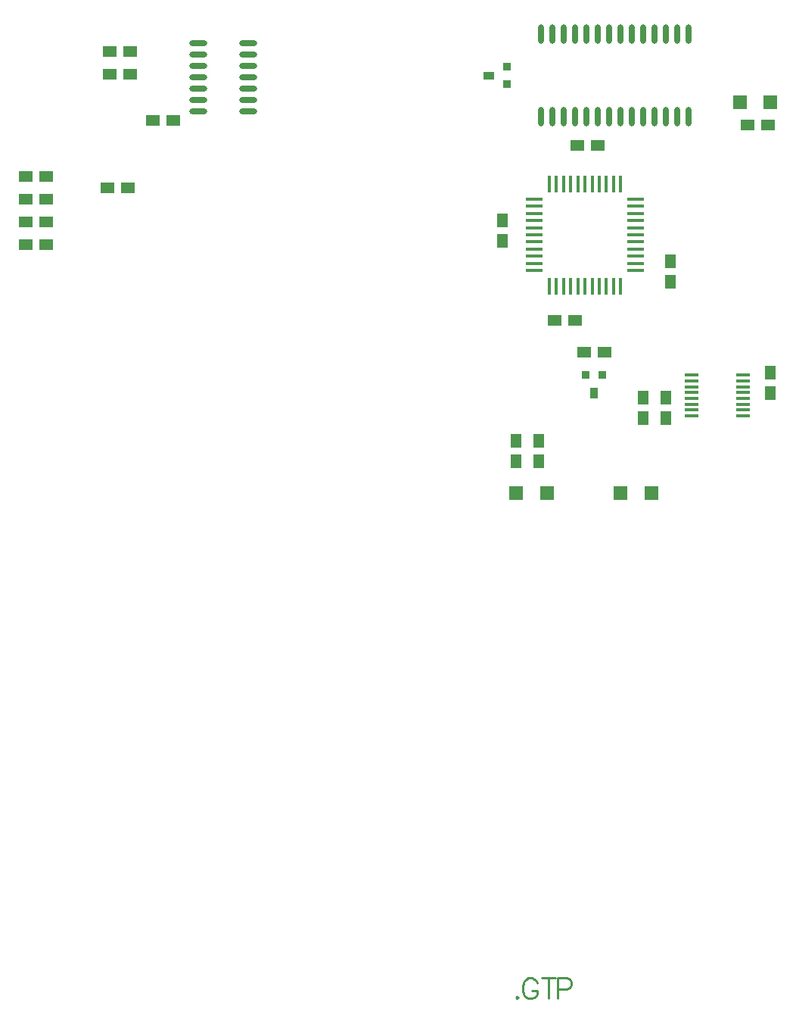
<source format=gtp>
%FSLAX44Y44*%
%MOMM*%
G71*
G01*
G75*
%ADD10C,0.2000*%
%ADD11O,2.0320X0.6096*%
%ADD12R,1.5240X1.2700*%
%ADD13R,1.5240X1.5240*%
%ADD14R,1.9050X0.4064*%
%ADD15R,0.4064X1.9050*%
%ADD16R,1.2700X1.5240*%
%ADD17O,0.6000X2.2000*%
%ADD18O,0.6000X2.2000*%
%ADD19R,0.9144X0.9144*%
%ADD20R,0.9144X1.2700*%
%ADD21R,1.5000X0.4000*%
%ADD22R,1.2700X0.9144*%
%ADD23C,1.0000*%
%ADD24C,0.3000*%
%ADD25C,0.6000*%
%ADD26C,0.8000*%
%ADD27C,0.5000*%
%ADD28C,0.2540*%
%ADD29C,0.2286*%
%ADD30C,3.6000*%
%ADD31C,1.6510*%
%ADD32C,1.4500*%
%ADD33R,1.4500X1.4500*%
%ADD34C,1.5000*%
%ADD35R,1.5000X1.5000*%
%ADD36R,1.6000X1.6000*%
%ADD37C,1.6000*%
%ADD38C,0.8000*%
%ADD39O,2.5400X0.7500*%
%ADD40R,2.5400X0.7500*%
%ADD41C,0.4000*%
%ADD42C,0.7000*%
%ADD43C,0.2500*%
%ADD44C,0.3048*%
%ADD45C,0.1500*%
D11*
X2515996Y2455037D02*
D03*
X2571876Y2442337D02*
D03*
Y2416937D02*
D03*
X2515996Y2442337D02*
D03*
Y2429637D02*
D03*
X2571876D02*
D03*
Y2404237D02*
D03*
X2515996Y2391537D02*
D03*
Y2416937D02*
D03*
Y2378837D02*
D03*
Y2404237D02*
D03*
X2571876Y2455037D02*
D03*
Y2391537D02*
D03*
Y2378837D02*
D03*
D12*
X3130676Y2363597D02*
D03*
X2345790Y2229967D02*
D03*
X2322930D02*
D03*
X2345790Y2255367D02*
D03*
X2322930D02*
D03*
X2437256Y2293467D02*
D03*
X2414396D02*
D03*
X2322930Y2280767D02*
D03*
X2345790D02*
D03*
Y2306167D02*
D03*
X2322930D02*
D03*
X2439796Y2420467D02*
D03*
X2416936D02*
D03*
X2439796Y2445867D02*
D03*
X2416936D02*
D03*
X2970656Y2109597D02*
D03*
X2947796D02*
D03*
X2465196Y2368677D02*
D03*
X2488056D02*
D03*
X2963036Y2340737D02*
D03*
X2940176D02*
D03*
X2937636Y2145157D02*
D03*
X2914776D02*
D03*
X3153536Y2363597D02*
D03*
D13*
X3121786Y2388997D02*
D03*
X3022726Y1952117D02*
D03*
X2988436D02*
D03*
X2905886D02*
D03*
X2871596D02*
D03*
X3156076Y2388997D02*
D03*
D14*
X3005454Y2216785D02*
D03*
X2891662Y2232787D02*
D03*
Y2200783D02*
D03*
Y2208657D02*
D03*
Y2216785D02*
D03*
Y2224659D02*
D03*
Y2248535D02*
D03*
Y2264537D02*
D03*
X3005454Y2272665D02*
D03*
Y2264537D02*
D03*
Y2256663D02*
D03*
Y2248535D02*
D03*
Y2208657D02*
D03*
X2891662Y2240661D02*
D03*
Y2256663D02*
D03*
Y2272665D02*
D03*
Y2280539D02*
D03*
X3005454D02*
D03*
Y2200783D02*
D03*
Y2240661D02*
D03*
Y2232787D02*
D03*
Y2224659D02*
D03*
D15*
X2908680Y2183511D02*
D03*
X2940684D02*
D03*
X2948558Y2297557D02*
D03*
X2972688D02*
D03*
X2940684D02*
D03*
X2948558Y2183511D02*
D03*
X2932810Y2297557D02*
D03*
X2988436Y2183511D02*
D03*
X2932810D02*
D03*
X2924682D02*
D03*
X2916808D02*
D03*
X2908680Y2297557D02*
D03*
X2916808D02*
D03*
X2924682D02*
D03*
X2964560D02*
D03*
X2988436D02*
D03*
X2956686Y2183511D02*
D03*
X2964560D02*
D03*
X2980562D02*
D03*
X2972688D02*
D03*
X2980562Y2297557D02*
D03*
X2956686D02*
D03*
D16*
X2871596Y2010537D02*
D03*
X2856356Y2234057D02*
D03*
Y2256917D02*
D03*
X3013836Y2035937D02*
D03*
Y2058797D02*
D03*
X2871596Y1987677D02*
D03*
X3044316Y2211197D02*
D03*
Y2188337D02*
D03*
X3156076Y2063877D02*
D03*
Y2086737D02*
D03*
X3039236Y2035937D02*
D03*
Y2058797D02*
D03*
X2896996Y2010537D02*
D03*
Y1987677D02*
D03*
D17*
X2924936Y2373197D02*
D03*
X2937636D02*
D03*
X2950336D02*
D03*
X2963036D02*
D03*
X3051936D02*
D03*
X3064636D02*
D03*
X2975736Y2465197D02*
D03*
X2912236D02*
D03*
X3013836D02*
D03*
X2899536D02*
D03*
X3039236D02*
D03*
X3026536D02*
D03*
X3051936D02*
D03*
X2912236Y2373197D02*
D03*
X2950336Y2465197D02*
D03*
X2937636D02*
D03*
X2899536Y2373197D02*
D03*
X2924936Y2465197D02*
D03*
X3001136D02*
D03*
X2988436D02*
D03*
X2975736Y2373197D02*
D03*
X3039236D02*
D03*
X3013836D02*
D03*
X3001136D02*
D03*
X2988436D02*
D03*
X3026536D02*
D03*
X2963036Y2465197D02*
D03*
D18*
X3064636D02*
D03*
D19*
X2968116Y2084197D02*
D03*
X2949066D02*
D03*
X2861436Y2428367D02*
D03*
Y2409317D02*
D03*
D20*
X2958464Y2063877D02*
D03*
D21*
X3125596Y2077477D02*
D03*
Y2064477D02*
D03*
Y2057977D02*
D03*
X3067596Y2083977D02*
D03*
Y2077477D02*
D03*
Y2070977D02*
D03*
Y2064477D02*
D03*
Y2044977D02*
D03*
Y2038477D02*
D03*
X3125596Y2083977D02*
D03*
Y2070977D02*
D03*
Y2051477D02*
D03*
Y2038477D02*
D03*
Y2044977D02*
D03*
X3067596Y2057977D02*
D03*
Y2051477D02*
D03*
D22*
X2841116Y2418969D02*
D03*
D29*
X2872684Y1389144D02*
X2871596Y1388055D01*
X2872684Y1386967D01*
X2873772Y1388055D01*
X2872684Y1389144D01*
X2895104Y1404380D02*
X2894016Y1406557D01*
X2891839Y1408734D01*
X2889662Y1409822D01*
X2885309D01*
X2883132Y1408734D01*
X2880956Y1406557D01*
X2879867Y1404380D01*
X2878779Y1401115D01*
Y1395674D01*
X2879867Y1392409D01*
X2880956Y1390232D01*
X2883132Y1388055D01*
X2885309Y1386967D01*
X2889662D01*
X2891839Y1388055D01*
X2894016Y1390232D01*
X2895104Y1392409D01*
Y1395674D01*
X2889662D02*
X2895104D01*
X2907946Y1409822D02*
Y1386967D01*
X2900328Y1409822D02*
X2915565D01*
X2918286Y1397850D02*
X2928080D01*
X2931346Y1398939D01*
X2932434Y1400027D01*
X2933522Y1402204D01*
Y1405469D01*
X2932434Y1407645D01*
X2931346Y1408734D01*
X2928080Y1409822D01*
X2918286D01*
Y1386967D01*
M02*

</source>
